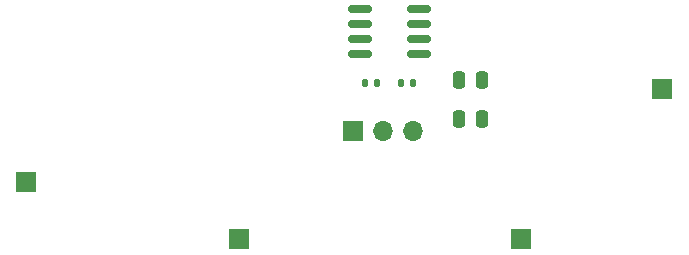
<source format=gbr>
%TF.GenerationSoftware,KiCad,Pcbnew,(6.0.8)*%
%TF.CreationDate,2022-10-18T22:13:00+02:00*%
%TF.ProjectId,test_project_1,74657374-5f70-4726-9f6a-6563745f312e,rev?*%
%TF.SameCoordinates,Original*%
%TF.FileFunction,Soldermask,Top*%
%TF.FilePolarity,Negative*%
%FSLAX46Y46*%
G04 Gerber Fmt 4.6, Leading zero omitted, Abs format (unit mm)*
G04 Created by KiCad (PCBNEW (6.0.8)) date 2022-10-18 22:13:00*
%MOMM*%
%LPD*%
G01*
G04 APERTURE LIST*
G04 Aperture macros list*
%AMRoundRect*
0 Rectangle with rounded corners*
0 $1 Rounding radius*
0 $2 $3 $4 $5 $6 $7 $8 $9 X,Y pos of 4 corners*
0 Add a 4 corners polygon primitive as box body*
4,1,4,$2,$3,$4,$5,$6,$7,$8,$9,$2,$3,0*
0 Add four circle primitives for the rounded corners*
1,1,$1+$1,$2,$3*
1,1,$1+$1,$4,$5*
1,1,$1+$1,$6,$7*
1,1,$1+$1,$8,$9*
0 Add four rect primitives between the rounded corners*
20,1,$1+$1,$2,$3,$4,$5,0*
20,1,$1+$1,$4,$5,$6,$7,0*
20,1,$1+$1,$6,$7,$8,$9,0*
20,1,$1+$1,$8,$9,$2,$3,0*%
G04 Aperture macros list end*
%ADD10R,1.700000X1.700000*%
%ADD11RoundRect,0.150000X-0.825000X-0.150000X0.825000X-0.150000X0.825000X0.150000X-0.825000X0.150000X0*%
%ADD12RoundRect,0.135000X-0.135000X-0.185000X0.135000X-0.185000X0.135000X0.185000X-0.135000X0.185000X0*%
%ADD13O,1.700000X1.700000*%
%ADD14RoundRect,0.250000X0.250000X0.475000X-0.250000X0.475000X-0.250000X-0.475000X0.250000X-0.475000X0*%
%ADD15RoundRect,0.250000X-0.250000X-0.475000X0.250000X-0.475000X0.250000X0.475000X-0.250000X0.475000X0*%
G04 APERTURE END LIST*
D10*
%TO.C,J_N7*%
X160782000Y-95504000D03*
%TD*%
%TO.C,J_N1*%
X124968000Y-108204000D03*
%TD*%
%TO.C,J_P2*%
X106934000Y-103378000D03*
%TD*%
%TO.C,J_P8*%
X148844000Y-108204000D03*
%TD*%
D11*
%TO.C,U1*%
X135193000Y-88771000D03*
X135193000Y-90041000D03*
X135193000Y-91311000D03*
X135193000Y-92581000D03*
X140143000Y-92581000D03*
X140143000Y-91311000D03*
X140143000Y-90041000D03*
X140143000Y-88771000D03*
%TD*%
D12*
%TO.C,RB1*%
X138682000Y-94996000D03*
X139702000Y-94996000D03*
%TD*%
%TO.C,RA1*%
X136654000Y-94996000D03*
X135634000Y-94996000D03*
%TD*%
D13*
%TO.C,J1*%
X139700000Y-99060000D03*
X137160000Y-99060000D03*
D10*
X134620000Y-99060000D03*
%TD*%
D14*
%TO.C,C2*%
X145476000Y-98044000D03*
X143576000Y-98044000D03*
%TD*%
D15*
%TO.C,C1*%
X143576000Y-94742000D03*
X145476000Y-94742000D03*
%TD*%
M02*

</source>
